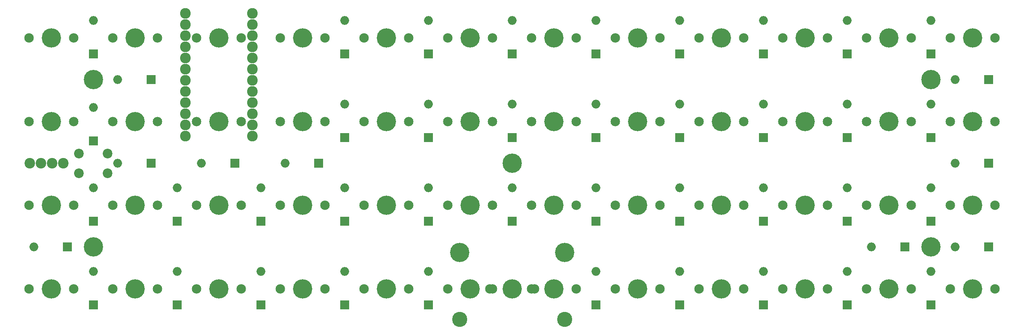
<source format=gts>
G04 #@! TF.FileFunction,Soldermask,Top*
%FSLAX46Y46*%
G04 Gerber Fmt 4.6, Leading zero omitted, Abs format (unit mm)*
G04 Created by KiCad (PCBNEW 4.0.7) date 04/03/18 16:51:40*
%MOMM*%
%LPD*%
G01*
G04 APERTURE LIST*
%ADD10C,0.100000*%
%ADD11C,4.400000*%
%ADD12C,2.200000*%
%ADD13C,2.432000*%
%ADD14C,4.387800*%
%ADD15C,2.150000*%
%ADD16C,3.448000*%
%ADD17R,2.000000X2.000000*%
%ADD18O,2.000000X2.000000*%
%ADD19C,2.400000*%
G04 APERTURE END LIST*
D10*
D11*
X47625000Y-47625000D03*
X238125000Y-47625000D03*
X47625000Y-85725000D03*
X238125000Y-85725000D03*
X142875000Y-66675000D03*
D12*
X44375000Y-64425000D03*
X50875000Y-68925000D03*
X44375000Y-68925000D03*
X50875000Y-64425000D03*
D13*
X83820000Y-32543750D03*
X83820000Y-35083750D03*
X83820000Y-37623750D03*
X83820000Y-40163750D03*
X83820000Y-42703750D03*
X83820000Y-45243750D03*
X83820000Y-47783750D03*
X83820000Y-50323750D03*
X83820000Y-52863750D03*
X83820000Y-55403750D03*
X83820000Y-57943750D03*
X83820000Y-60483750D03*
X68580000Y-32543750D03*
X68580000Y-35083750D03*
X68580000Y-37623750D03*
X68580000Y-40163750D03*
X68580000Y-42703750D03*
X68580000Y-45243750D03*
X68580000Y-47783750D03*
X68580000Y-50323750D03*
X68580000Y-52863750D03*
X68580000Y-55403750D03*
X68580000Y-57943750D03*
X68580000Y-60483750D03*
D14*
X142875000Y-95250000D03*
D15*
X137795000Y-95250000D03*
X147955000Y-95250000D03*
D16*
X130937000Y-102235000D03*
X154813000Y-102235000D03*
D14*
X130937000Y-86995000D03*
X154813000Y-86995000D03*
X247650000Y-95250000D03*
D15*
X242570000Y-95250000D03*
X252730000Y-95250000D03*
D14*
X228600000Y-95250000D03*
D15*
X223520000Y-95250000D03*
X233680000Y-95250000D03*
D14*
X209550000Y-95250000D03*
D15*
X204470000Y-95250000D03*
X214630000Y-95250000D03*
D14*
X190500000Y-95250000D03*
D15*
X185420000Y-95250000D03*
X195580000Y-95250000D03*
D14*
X171450000Y-95250000D03*
D15*
X166370000Y-95250000D03*
X176530000Y-95250000D03*
D14*
X152400000Y-95250000D03*
D15*
X147320000Y-95250000D03*
X157480000Y-95250000D03*
D14*
X133350000Y-95250000D03*
D15*
X128270000Y-95250000D03*
X138430000Y-95250000D03*
D14*
X114300000Y-95250000D03*
D15*
X109220000Y-95250000D03*
X119380000Y-95250000D03*
D14*
X95250000Y-95250000D03*
D15*
X90170000Y-95250000D03*
X100330000Y-95250000D03*
D14*
X76200000Y-95250000D03*
D15*
X71120000Y-95250000D03*
X81280000Y-95250000D03*
D14*
X57150000Y-95250000D03*
D15*
X52070000Y-95250000D03*
X62230000Y-95250000D03*
D14*
X38100000Y-95250000D03*
D15*
X33020000Y-95250000D03*
X43180000Y-95250000D03*
D14*
X247650000Y-76200000D03*
D15*
X242570000Y-76200000D03*
X252730000Y-76200000D03*
D14*
X228600000Y-76200000D03*
D15*
X223520000Y-76200000D03*
X233680000Y-76200000D03*
D14*
X209550000Y-76200000D03*
D15*
X204470000Y-76200000D03*
X214630000Y-76200000D03*
D14*
X190500000Y-76200000D03*
D15*
X185420000Y-76200000D03*
X195580000Y-76200000D03*
D14*
X171450000Y-76200000D03*
D15*
X166370000Y-76200000D03*
X176530000Y-76200000D03*
D14*
X152400000Y-76200000D03*
D15*
X147320000Y-76200000D03*
X157480000Y-76200000D03*
D14*
X133350000Y-76200000D03*
D15*
X128270000Y-76200000D03*
X138430000Y-76200000D03*
D14*
X114300000Y-76200000D03*
D15*
X109220000Y-76200000D03*
X119380000Y-76200000D03*
D14*
X95250000Y-76200000D03*
D15*
X90170000Y-76200000D03*
X100330000Y-76200000D03*
D14*
X76200000Y-76200000D03*
D15*
X71120000Y-76200000D03*
X81280000Y-76200000D03*
D14*
X57150000Y-76200000D03*
D15*
X52070000Y-76200000D03*
X62230000Y-76200000D03*
D14*
X38100000Y-76200000D03*
D15*
X33020000Y-76200000D03*
X43180000Y-76200000D03*
D14*
X247650000Y-57150000D03*
D15*
X242570000Y-57150000D03*
X252730000Y-57150000D03*
D14*
X228600000Y-57150000D03*
D15*
X223520000Y-57150000D03*
X233680000Y-57150000D03*
D14*
X209550000Y-57150000D03*
D15*
X204470000Y-57150000D03*
X214630000Y-57150000D03*
D14*
X190500000Y-57150000D03*
D15*
X185420000Y-57150000D03*
X195580000Y-57150000D03*
D14*
X171450000Y-57150000D03*
D15*
X166370000Y-57150000D03*
X176530000Y-57150000D03*
D14*
X152400000Y-57150000D03*
D15*
X147320000Y-57150000D03*
X157480000Y-57150000D03*
D14*
X133350000Y-57150000D03*
D15*
X128270000Y-57150000D03*
X138430000Y-57150000D03*
D14*
X114300000Y-57150000D03*
D15*
X109220000Y-57150000D03*
X119380000Y-57150000D03*
D14*
X95250000Y-57150000D03*
D15*
X90170000Y-57150000D03*
X100330000Y-57150000D03*
D14*
X76200000Y-57150000D03*
D15*
X71120000Y-57150000D03*
X81280000Y-57150000D03*
D14*
X57150000Y-57150000D03*
D15*
X52070000Y-57150000D03*
X62230000Y-57150000D03*
D14*
X38100000Y-57150000D03*
D15*
X33020000Y-57150000D03*
X43180000Y-57150000D03*
D14*
X247650000Y-38100000D03*
D15*
X242570000Y-38100000D03*
X252730000Y-38100000D03*
D14*
X228600000Y-38100000D03*
D15*
X223520000Y-38100000D03*
X233680000Y-38100000D03*
D14*
X209550000Y-38100000D03*
D15*
X204470000Y-38100000D03*
X214630000Y-38100000D03*
D14*
X190500000Y-38100000D03*
D15*
X185420000Y-38100000D03*
X195580000Y-38100000D03*
D14*
X171450000Y-38100000D03*
D15*
X166370000Y-38100000D03*
X176530000Y-38100000D03*
D14*
X152400000Y-38100000D03*
D15*
X147320000Y-38100000D03*
X157480000Y-38100000D03*
D14*
X133350000Y-38100000D03*
D15*
X128270000Y-38100000D03*
X138430000Y-38100000D03*
D14*
X114300000Y-38100000D03*
D15*
X109220000Y-38100000D03*
X119380000Y-38100000D03*
D14*
X95250000Y-38100000D03*
D15*
X90170000Y-38100000D03*
X100330000Y-38100000D03*
D14*
X76200000Y-38100000D03*
D15*
X71120000Y-38100000D03*
X81280000Y-38100000D03*
D14*
X57150000Y-38100000D03*
D15*
X52070000Y-38100000D03*
X62230000Y-38100000D03*
D14*
X38100000Y-38100000D03*
D15*
X33020000Y-38100000D03*
X43180000Y-38100000D03*
D17*
X251301250Y-85725000D03*
D18*
X243681250Y-85725000D03*
D17*
X238125000Y-98901250D03*
D18*
X238125000Y-91281250D03*
D17*
X219075000Y-98901250D03*
D18*
X219075000Y-91281250D03*
D17*
X200025000Y-98901250D03*
D18*
X200025000Y-91281250D03*
D17*
X180975000Y-98901250D03*
D18*
X180975000Y-91281250D03*
D17*
X161925000Y-98901250D03*
D18*
X161925000Y-91281250D03*
D17*
X123825000Y-98901250D03*
D18*
X123825000Y-91281250D03*
D17*
X104775000Y-98901250D03*
D18*
X104775000Y-91281250D03*
D17*
X85725000Y-98901250D03*
D18*
X85725000Y-91281250D03*
D17*
X66675000Y-98901250D03*
D18*
X66675000Y-91281250D03*
D17*
X47625000Y-98901250D03*
D18*
X47625000Y-91281250D03*
D17*
X41751250Y-85725000D03*
D18*
X34131250Y-85725000D03*
D17*
X238125000Y-79851250D03*
D18*
X238125000Y-72231250D03*
D17*
X232251250Y-85725000D03*
D18*
X224631250Y-85725000D03*
D17*
X219075000Y-79851250D03*
D18*
X219075000Y-72231250D03*
D17*
X200025000Y-79851250D03*
D18*
X200025000Y-72231250D03*
D17*
X180975000Y-79851250D03*
D18*
X180975000Y-72231250D03*
D17*
X161925000Y-79851250D03*
D18*
X161925000Y-72231250D03*
D17*
X142875000Y-79851250D03*
D18*
X142875000Y-72231250D03*
D17*
X123825000Y-79851250D03*
D18*
X123825000Y-72231250D03*
D17*
X104775000Y-79851250D03*
D18*
X104775000Y-72231250D03*
D17*
X85725000Y-79851250D03*
D18*
X85725000Y-72231250D03*
D17*
X66675000Y-79851250D03*
D18*
X66675000Y-72231250D03*
D17*
X47625000Y-79851250D03*
D18*
X47625000Y-72231250D03*
D17*
X251301250Y-66675000D03*
D18*
X243681250Y-66675000D03*
D17*
X238125000Y-60801250D03*
D18*
X238125000Y-53181250D03*
D17*
X219075000Y-60801250D03*
D18*
X219075000Y-53181250D03*
D17*
X200025000Y-60801250D03*
D18*
X200025000Y-53181250D03*
D17*
X180975000Y-60801250D03*
D18*
X180975000Y-53181250D03*
D17*
X161925000Y-60801250D03*
D18*
X161925000Y-53181250D03*
D17*
X142875000Y-60801250D03*
D18*
X142875000Y-53181250D03*
D17*
X123825000Y-60801250D03*
D18*
X123825000Y-53181250D03*
D17*
X104775000Y-60801250D03*
D18*
X104775000Y-53181250D03*
D17*
X98901250Y-66675000D03*
D18*
X91281250Y-66675000D03*
D17*
X60801250Y-66675000D03*
D18*
X53181250Y-66675000D03*
D17*
X47625000Y-61595000D03*
D18*
X47625000Y-53975000D03*
D17*
X251301250Y-47625000D03*
D18*
X243681250Y-47625000D03*
D17*
X238125000Y-41751250D03*
D18*
X238125000Y-34131250D03*
D17*
X219075000Y-41751250D03*
D18*
X219075000Y-34131250D03*
D17*
X200025000Y-41751250D03*
D18*
X200025000Y-34131250D03*
D17*
X180975000Y-41751250D03*
D18*
X180975000Y-34131250D03*
D17*
X161925000Y-41751250D03*
D18*
X161925000Y-34131250D03*
D17*
X142875000Y-41751250D03*
D18*
X142875000Y-34131250D03*
D17*
X123825000Y-41751250D03*
D18*
X123825000Y-34131250D03*
D17*
X104775000Y-41751250D03*
D18*
X104775000Y-34131250D03*
D17*
X79851250Y-66675000D03*
D18*
X72231250Y-66675000D03*
D17*
X60801250Y-47625000D03*
D18*
X53181250Y-47625000D03*
D17*
X47625000Y-41751250D03*
D18*
X47625000Y-34131250D03*
D19*
X40767000Y-66675000D03*
X33147000Y-66675000D03*
X38227000Y-66675000D03*
X35687000Y-66675000D03*
M02*

</source>
